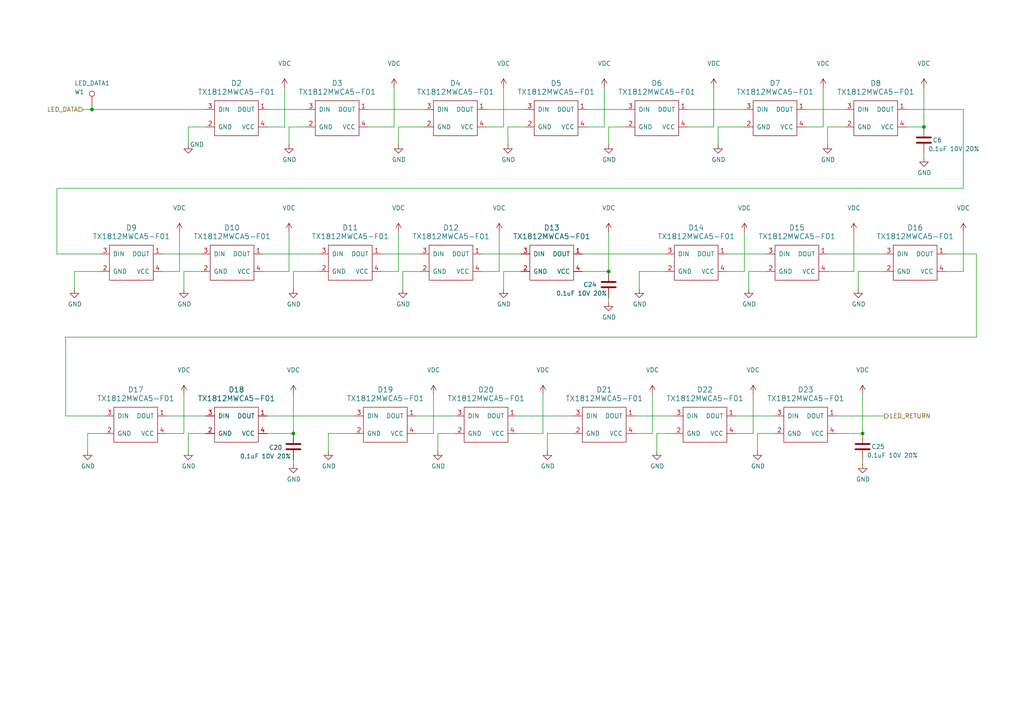
<source format=kicad_sch>
(kicad_sch (version 20250114) (generator "eeschema") (generator_version "9.0")
  (paper "A4")
  (title_block (title "Pixels D20 Schematic, Main") (date "2022-08-26") (rev "13") (company "Systemic Games, LLC") (comment 1 "LED Chain"))
  (lib_symbols
    (symbol "Device:C" (pin_numbers (hide yes)) (pin_names (offset 0.254))
      (property "Reference" "C" (at 0.635 2.54 0))
      (property "Value" "C" (at 0.635 -2.54 0))
      (symbol "C_0_1"
        (polyline (pts (xy -2.032 0.762) (xy 2.032 0.762)) (stroke (width 0.508)))
        (polyline (pts (xy -2.032 -0.762) (xy 2.032 -0.762)) (stroke (width 0.508)))
      )
      (symbol "C_1_1"
        (pin passive line (at 0 3.81 270) (length 2.794) (name "~") (number "1"))
        (pin passive line (at 0 -3.81 90) (length 2.794) (name "~") (number "2"))
      )
    )
    (symbol "Pixels-dice:TEST_1P-conn" (pin_numbers (hide yes)) (pin_names (offset 0.762) (hide yes))
      (property "Reference" "W" (at 0 6.858 0))
      (property "Value" "TEST_1P-conn" (at 0 5.08 0))
      (symbol "TEST_1P-conn_0_1"
        (circle (center 0 3.302) (radius 0.762))
      )
      (symbol "TEST_1P-conn_1_1"
        (pin passive line (at 0 0 90) (length 2.54) (name "1") (number "1"))
      )
    )
    (symbol "Pixels-dice:TX1812MJA5" (pin_names (offset 1.016))
      (property "Reference" "D" (at 0 -6.35 0))
      (property "Value" "TX1812MJA5" (at 0 6.35 0))
      (symbol "TX1812MJA5_0_1"
        (rectangle (start -6.35 5.08) (end 6.35 -5.08))
      )
      (symbol "TX1812MJA5_1_1"
        (pin input line (at -8.89 2.54 0) (length 2.54) (name "DIN") (number "3"))
        (pin power_in line (at -8.89 -2.54 0) (length 2.54) (name "GND") (number "2"))
        (pin output line (at 8.89 2.54 180) (length 2.54) (name "DOUT") (number "1"))
        (pin power_in line (at 8.89 -2.54 180) (length 2.54) (name "VCC") (number "4"))
      )
    )
    (symbol "power:GND" (power) (pin_names (offset 0))
      (property "Value" "GND" (at 0 -3.81 0))
      (symbol "GND_0_1"
        (polyline (pts (xy 0 0) (xy 0 -1.27) (xy 1.27 -1.27) (xy 0 -2.54) (xy -1.27 -1.27) (xy 0 -1.27)))
      )
      (symbol "GND_1_1"
        (pin power_in line (at 0 0 270) (length 0) (hide yes) (name "GND") (number "1"))
      )
    )
    (symbol "power:VDC" (power) (pin_names (offset 0))
      (property "Value" "VDC" (at 0 6.35 0))
      (symbol "VDC_0_1"
        (polyline (pts (xy -0.762 1.27) (xy 0 2.54)))
        (polyline (pts (xy 0 2.54) (xy 0.762 1.27)))
        (polyline (pts (xy 0 0) (xy 0 2.54)))
      )
      (symbol "VDC_1_1"
        (pin power_in line (at 0 0 90) (length 0) (hide yes) (name "VDC") (number "1"))
      )
    )
  )
  (junction (at 26.67 31.75))
  (junction (at 85.09 125.73))
  (junction (at 250.19 125.73))
  (junction (at 176.53 78.74))
  (junction (at 267.97 36.83))
  (wire (pts (xy 85.09 133.35) (xy 85.09 134.62)))
  (wire (pts (xy 144.78 67.31) (xy 144.78 78.74)))
  (wire (pts (xy 48.26 120.65) (xy 59.69 120.65)))
  (wire (pts (xy 207.01 25.4) (xy 207.01 36.83)))
  (wire (pts (xy 248.92 78.74) (xy 256.54 78.74)))
  (wire (pts (xy 19.05 97.79) (xy 283.21 97.79)))
  (wire (pts (xy 120.65 125.73) (xy 125.73 125.73)))
  (wire (pts (xy 85.09 114.3) (xy 85.09 125.73)))
  (wire (pts (xy 140.97 31.75) (xy 152.4 31.75)))
  (wire (pts (xy 279.4 31.75) (xy 279.4 54.61)))
  (wire (pts (xy 176.53 86.36) (xy 176.53 87.63)))
  (wire (pts (xy 233.68 36.83) (xy 238.76 36.83)))
  (wire (pts (xy 158.75 125.73) (xy 158.75 130.81)))
  (wire (pts (xy 158.75 125.73) (xy 166.37 125.73)))
  (wire (pts (xy 210.82 78.74) (xy 215.9 78.74)))
  (wire (pts (xy 190.5 130.81) (xy 190.5 125.73)))
  (wire (pts (xy 76.2 78.74) (xy 83.82 78.74)))
  (wire (pts (xy 184.15 125.73) (xy 189.23 125.73)))
  (wire (pts (xy 146.05 78.74) (xy 146.05 83.82)))
  (wire (pts (xy 170.18 36.83) (xy 175.26 36.83)))
  (wire (pts (xy 176.53 36.83) (xy 181.61 36.83)))
  (wire (pts (xy 190.5 125.73) (xy 195.58 125.73)))
  (wire (pts (xy 248.92 78.74) (xy 248.92 83.82)))
  (wire (pts (xy 176.53 36.83) (xy 176.53 41.91)))
  (wire (pts (xy 52.07 67.31) (xy 52.07 78.74)))
  (wire (pts (xy 184.15 120.65) (xy 195.58 120.65)))
  (wire (pts (xy 16.51 54.61) (xy 16.51 73.66)))
  (wire (pts (xy 219.71 125.73) (xy 219.71 130.81)))
  (wire (pts (xy 115.57 67.31) (xy 115.57 78.74)))
  (wire (pts (xy 170.18 31.75) (xy 181.61 31.75)))
  (wire (pts (xy 95.25 125.73) (xy 102.87 125.73)))
  (wire (pts (xy 46.99 73.66) (xy 58.42 73.66)))
  (wire (pts (xy 139.7 73.66) (xy 151.13 73.66)))
  (wire (pts (xy 114.3 25.4) (xy 114.3 36.83)))
  (wire (pts (xy 147.32 36.83) (xy 152.4 36.83)))
  (wire (pts (xy 116.84 78.74) (xy 121.92 78.74)))
  (wire (pts (xy 185.42 78.74) (xy 185.42 83.82)))
  (wire (pts (xy 267.97 44.45) (xy 267.97 45.72)))
  (wire (pts (xy 53.34 114.3) (xy 53.34 125.73)))
  (wire (pts (xy 262.89 36.83) (xy 267.97 36.83)))
  (wire (pts (xy 175.26 25.4) (xy 175.26 36.83)))
  (wire (pts (xy 110.49 73.66) (xy 121.92 73.66)))
  (wire (pts (xy 53.34 83.82) (xy 53.34 78.74)))
  (wire (pts (xy 240.03 78.74) (xy 247.65 78.74)))
  (wire (pts (xy 157.48 114.3) (xy 157.48 125.73)))
  (wire (pts (xy 95.25 125.73) (xy 95.25 130.81)))
  (wire (pts (xy 19.05 120.65) (xy 19.05 97.79)))
  (wire (pts (xy 106.68 31.75) (xy 123.19 31.75)))
  (wire (pts (xy 283.21 73.66) (xy 274.32 73.66)))
  (wire (pts (xy 46.99 78.74) (xy 52.07 78.74)))
  (wire (pts (xy 83.82 41.91) (xy 83.82 36.83)))
  (wire (pts (xy 240.03 36.83) (xy 245.11 36.83)))
  (wire (pts (xy 199.39 36.83) (xy 207.01 36.83)))
  (wire (pts (xy 262.89 31.75) (xy 279.4 31.75)))
  (wire (pts (xy 250.19 114.3) (xy 250.19 125.73)))
  (wire (pts (xy 267.97 25.4) (xy 267.97 36.83)))
  (wire (pts (xy 26.67 31.75) (xy 59.69 31.75)))
  (wire (pts (xy 106.68 36.83) (xy 114.3 36.83)))
  (wire (pts (xy 215.9 67.31) (xy 215.9 78.74)))
  (wire (pts (xy 120.65 120.65) (xy 132.08 120.65)))
  (wire (pts (xy 139.7 78.74) (xy 144.78 78.74)))
  (wire (pts (xy 54.61 36.83) (xy 54.61 41.91)))
  (wire (pts (xy 147.32 41.91) (xy 147.32 36.83)))
  (wire (pts (xy 83.82 67.31) (xy 83.82 78.74)))
  (wire (pts (xy 149.86 125.73) (xy 157.48 125.73)))
  (wire (pts (xy 168.91 78.74) (xy 176.53 78.74)))
  (wire (pts (xy 242.57 125.73) (xy 250.19 125.73)))
  (wire (pts (xy 26.67 30.48) (xy 26.67 31.75)))
  (wire (pts (xy 176.53 67.31) (xy 176.53 78.74)))
  (wire (pts (xy 208.28 36.83) (xy 208.28 41.91)))
  (wire (pts (xy 168.91 73.66) (xy 193.04 73.66)))
  (wire (pts (xy 213.36 125.73) (xy 218.44 125.73)))
  (wire (pts (xy 16.51 73.66) (xy 29.21 73.66)))
  (wire (pts (xy 217.17 78.74) (xy 222.25 78.74)))
  (wire (pts (xy 189.23 114.3) (xy 189.23 125.73)))
  (wire (pts (xy 247.65 67.31) (xy 247.65 78.74)))
  (wire (pts (xy 242.57 120.65) (xy 256.54 120.65)))
  (wire (pts (xy 208.28 36.83) (xy 215.9 36.83)))
  (wire (pts (xy 116.84 83.82) (xy 116.84 78.74)))
  (wire (pts (xy 19.05 120.65) (xy 30.48 120.65)))
  (wire (pts (xy 48.26 125.73) (xy 53.34 125.73)))
  (wire (pts (xy 54.61 36.83) (xy 59.69 36.83)))
  (wire (pts (xy 54.61 125.73) (xy 59.69 125.73)))
  (wire (pts (xy 53.34 78.74) (xy 58.42 78.74)))
  (wire (pts (xy 283.21 97.79) (xy 283.21 73.66)))
  (wire (pts (xy 219.71 125.73) (xy 224.79 125.73)))
  (wire (pts (xy 77.47 125.73) (xy 85.09 125.73)))
  (wire (pts (xy 279.4 67.31) (xy 279.4 78.74)))
  (wire (pts (xy 76.2 73.66) (xy 92.71 73.66)))
  (wire (pts (xy 185.42 78.74) (xy 193.04 78.74)))
  (wire (pts (xy 21.59 78.74) (xy 29.21 78.74)))
  (wire (pts (xy 83.82 36.83) (xy 88.9 36.83)))
  (wire (pts (xy 140.97 36.83) (xy 146.05 36.83)))
  (wire (pts (xy 250.19 133.35) (xy 250.19 134.62)))
  (wire (pts (xy 24.13 31.75) (xy 26.67 31.75)))
  (wire (pts (xy 217.17 83.82) (xy 217.17 78.74)))
  (wire (pts (xy 233.68 31.75) (xy 245.11 31.75)))
  (wire (pts (xy 279.4 54.61) (xy 16.51 54.61)))
  (wire (pts (xy 85.09 78.74) (xy 85.09 83.82)))
  (wire (pts (xy 149.86 120.65) (xy 166.37 120.65)))
  (wire (pts (xy 218.44 114.3) (xy 218.44 125.73)))
  (wire (pts (xy 77.47 120.65) (xy 102.87 120.65)))
  (wire (pts (xy 77.47 31.75) (xy 88.9 31.75)))
  (wire (pts (xy 85.09 78.74) (xy 92.71 78.74)))
  (wire (pts (xy 238.76 25.4) (xy 238.76 36.83)))
  (wire (pts (xy 210.82 73.66) (xy 222.25 73.66)))
  (wire (pts (xy 127 125.73) (xy 132.08 125.73)))
  (wire (pts (xy 240.03 73.66) (xy 256.54 73.66)))
  (wire (pts (xy 110.49 78.74) (xy 115.57 78.74)))
  (wire (pts (xy 127 130.81) (xy 127 125.73)))
  (wire (pts (xy 82.55 25.4) (xy 82.55 36.83)))
  (wire (pts (xy 199.39 31.75) (xy 215.9 31.75)))
  (wire (pts (xy 115.57 36.83) (xy 123.19 36.83)))
  (wire (pts (xy 25.4 125.73) (xy 30.48 125.73)))
  (wire (pts (xy 274.32 78.74) (xy 279.4 78.74)))
  (wire (pts (xy 146.05 25.4) (xy 146.05 36.83)))
  (wire (pts (xy 240.03 41.91) (xy 240.03 36.83)))
  (wire (pts (xy 213.36 120.65) (xy 224.79 120.65)))
  (wire (pts (xy 77.47 36.83) (xy 82.55 36.83)))
  (wire (pts (xy 21.59 78.74) (xy 21.59 83.82)))
  (wire (pts (xy 125.73 114.3) (xy 125.73 125.73)))
  (wire (pts (xy 146.05 78.74) (xy 151.13 78.74)))
  (wire (pts (xy 54.61 125.73) (xy 54.61 130.81)))
  (wire (pts (xy 115.57 36.83) (xy 115.57 41.91)))
  (wire (pts (xy 25.4 130.81) (xy 25.4 125.73)))
  (hierarchical_label "LED_RETURN" (shape output) (at 256.54 120.65 0))
  (hierarchical_label "LED_DATA" (shape input) (at 24.13 31.75 180))
  (symbol (lib_id "power:VDC") (at 82.55 25.4 0) (unit 1)
    (property "Reference" "#PWR0103" (effects (hide yes)))
    (property "Value" "VDC" (at 82.55 18.415 0))
  )
  (symbol (lib_id "power:VDC") (at 114.3 25.4 0) (unit 1)
    (property "Reference" "#PWR0104" (effects (hide yes)))
    (property "Value" "VDC" (at 114.3 18.415 0))
  )
  (symbol (lib_id "power:GND") (at 54.61 41.91 0) (unit 1)
    (property "Reference" "#PWR0105" (effects (hide yes)))
    (property "Value" "GND" (at 57.15 41.91 0))
  )
  (symbol (lib_id "power:GND") (at 83.82 41.91 0) (unit 1)
    (property "Reference" "#PWR0106" (effects (hide yes)))
    (property "Value" "GND" (at 83.947 46.3042 0))
  )
  (symbol (lib_id "power:VDC") (at 146.05 25.4 0) (unit 1)
    (property "Reference" "#PWR0107" (effects (hide yes)))
    (property "Value" "VDC" (at 146.05 18.415 0))
  )
  (symbol (lib_id "power:VDC") (at 175.26 25.4 0) (unit 1)
    (property "Reference" "#PWR0108" (effects (hide yes)))
    (property "Value" "VDC" (at 175.26 18.415 0))
  )
  (symbol (lib_id "power:GND") (at 115.57 41.91 0) (unit 1)
    (property "Reference" "#PWR0109" (effects (hide yes)))
    (property "Value" "GND" (at 115.697 46.3042 0))
  )
  (symbol (lib_id "power:GND") (at 147.32 41.91 0) (unit 1)
    (property "Reference" "#PWR0110" (effects (hide yes)))
    (property "Value" "GND" (at 147.447 46.3042 0))
  )
  (symbol (lib_id "power:VDC") (at 207.01 25.4 0) (unit 1)
    (property "Reference" "#PWR0111" (effects (hide yes)))
    (property "Value" "VDC" (at 207.01 18.415 0))
  )
  (symbol (lib_id "power:VDC") (at 238.76 25.4 0) (unit 1)
    (property "Reference" "#PWR0112" (effects (hide yes)))
    (property "Value" "VDC" (at 238.76 18.415 0))
  )
  (symbol (lib_id "power:VDC") (at 267.97 25.4 0) (unit 1)
    (property "Reference" "#PWR0113" (effects (hide yes)))
    (property "Value" "VDC" (at 267.97 18.415 0))
  )
  (symbol (lib_id "power:GND") (at 208.28 41.91 0) (unit 1)
    (property "Reference" "#PWR0114" (effects (hide yes)))
    (property "Value" "GND" (at 208.407 46.3042 0))
  )
  (symbol (lib_id "power:GND") (at 240.03 41.91 0) (unit 1)
    (property "Reference" "#PWR0115" (effects (hide yes)))
    (property "Value" "GND" (at 240.157 46.3042 0))
  )
  (symbol (lib_id "power:GND") (at 176.53 41.91 0) (unit 1)
    (property "Reference" "#PWR0116" (effects (hide yes)))
    (property "Value" "GND" (at 176.657 46.3042 0))
  )
  (symbol (lib_id "power:VDC") (at 52.07 67.31 0) (unit 1)
    (property "Reference" "#PWR0117" (effects (hide yes)))
    (property "Value" "VDC" (at 52.07 60.325 0))
  )
  (symbol (lib_id "power:VDC") (at 83.82 67.31 0) (unit 1)
    (property "Reference" "#PWR0118" (effects (hide yes)))
    (property "Value" "VDC" (at 83.82 60.325 0))
  )
  (symbol (lib_id "power:GND") (at 21.59 83.82 0) (unit 1)
    (property "Reference" "#PWR0119" (effects (hide yes)))
    (property "Value" "GND" (at 21.717 88.2142 0))
  )
  (symbol (lib_id "power:GND") (at 53.34 83.82 0) (unit 1)
    (property "Reference" "#PWR0120" (effects (hide yes)))
    (property "Value" "GND" (at 53.467 88.2142 0))
  )
  (symbol (lib_id "power:VDC") (at 144.78 67.31 0) (unit 1)
    (property "Reference" "#PWR0121" (effects (hide yes)))
    (property "Value" "VDC" (at 144.78 60.325 0))
  )
  (symbol (lib_id "power:GND") (at 85.09 83.82 0) (unit 1)
    (property "Reference" "#PWR0122" (effects (hide yes)))
    (property "Value" "GND" (at 85.217 88.2142 0))
  )
  (symbol (lib_id "power:GND") (at 116.84 83.82 0) (unit 1)
    (property "Reference" "#PWR0123" (effects (hide yes)))
    (property "Value" "GND" (at 116.967 88.2142 0))
  )
  (symbol (lib_id "power:VDC") (at 176.53 67.31 0) (unit 1)
    (property "Reference" "#PWR0124" (effects (hide yes)))
    (property "Value" "VDC" (at 176.53 60.325 0))
  )
  (symbol (lib_id "power:GND") (at 146.05 83.82 0) (unit 1)
    (property "Reference" "#PWR0129" (effects (hide yes)))
    (property "Value" "GND" (at 146.177 88.2142 0))
  )
  (symbol (lib_id "power:GND") (at 267.97 45.72 0) (unit 1)
    (property "Reference" "#PWR0140" (effects (hide yes)))
    (property "Value" "GND" (at 268.097 50.1142 0))
  )
  (symbol (lib_id "Device:C") (at 176.53 82.55 0) (unit 1)
    (property "Reference" "C24" (at 169.164 82.55 0) (effects (justify left)))
    (property "Value" "0.1uF 10V 20%" (at 161.29 85.09 0) (effects (justify left)))
    (property "Footprint" "Capacitor_SMD:C_0201_0603Metric" (effects (hide yes)))
    (property "Generic OK" "YES" (effects (hide yes)))
    (property "Manufacturer" "HRE" (effects (hide yes)))
    (property "Part Number" "CGA0201X5R104K100ET" (effects (hide yes)))
  )
  (symbol (lib_id "power:GND") (at 176.53 87.63 0) (unit 1)
    (property "Reference" "#PWR0141" (effects (hide yes)))
    (property "Value" "GND" (at 176.657 92.0242 0))
  )
  (symbol (lib_id "power:GND") (at 127 130.81 0) (unit 1)
    (property "Reference" "#PWR069" (effects (hide yes)))
    (property "Value" "GND" (at 127.127 135.2042 0))
  )
  (symbol (lib_id "Device:C") (at 85.09 129.54 0) (unit 1)
    (property "Reference" "C20" (at 77.978 129.794 0) (effects (justify left)))
    (property "Value" "0.1uF 10V 20%" (at 69.596 132.334 0) (effects (justify left)))
    (property "Footprint" "Capacitor_SMD:C_0201_0603Metric" (effects (hide yes)))
    (property "Generic OK" "YES" (effects (hide yes)))
    (property "Manufacturer" "HRE" (effects (hide yes)))
    (property "Part Number" "CGA0201X5R104K100ET" (effects (hide yes)))
  )
  (symbol (lib_id "Pixels-dice:TX1812MJA5") (at 224.79 34.29 0) (unit 1)
    (property "Reference" "D7" (at 224.79 24.13 0) (effects (font (size 1.524 1.524))))
    (property "Value" "TX1812MWCA5-F01" (at 224.79 26.67 0) (effects (font (size 1.524 1.524))))
    (property "Footprint" "Pixels-dice:TX1812MWCA5-F01" (effects (hide yes)))
    (property "Manufacturer" "TCWIN" (effects (hide yes)))
    (property "Part Number" "TX1812MWCA5-F01 " (effects (hide yes)))
  )
  (symbol (lib_id "power:VDC") (at 157.48 114.3 0) (unit 1)
    (property "Reference" "#PWR070" (effects (hide yes)))
    (property "Value" "VDC" (at 157.48 107.315 0))
  )
  (symbol (lib_id "power:VDC") (at 279.4 67.31 0) (unit 1)
    (property "Reference" "#PWR048" (effects (hide yes)))
    (property "Value" "VDC" (at 279.4 60.325 0))
  )
  (symbol (lib_id "Pixels-dice:TX1812MJA5") (at 201.93 76.2 0) (unit 1)
    (property "Reference" "D14" (at 201.93 66.04 0) (effects (font (size 1.524 1.524))))
    (property "Value" "TX1812MWCA5-F01" (at 201.93 68.58 0) (effects (font (size 1.524 1.524))))
    (property "Footprint" "Pixels-dice:TX1812MWCA5-F01" (effects (hide yes)))
    (property "Manufacturer" "TCWIN" (effects (hide yes)))
    (property "Part Number" "TX1812MWCA5-F01 " (effects (hide yes)))
  )
  (symbol (lib_id "power:VDC") (at 53.34 114.3 0) (unit 1)
    (property "Reference" "#PWR063" (effects (hide yes)))
    (property "Value" "VDC" (at 53.34 107.315 0))
  )
  (symbol (lib_id "Device:C") (at 250.19 129.54 0) (unit 1)
    (property "Reference" "C25" (at 252.73 129.54 0) (effects (justify left)))
    (property "Value" "0.1uF 10V 20%" (at 251.46 132.08 0) (effects (justify left)))
    (property "Footprint" "Capacitor_SMD:C_0201_0603Metric" (effects (hide yes)))
    (property "Generic OK" "YES" (effects (hide yes)))
    (property "Manufacturer" "HRE" (effects (hide yes)))
    (property "Part Number" "CGA0201X5R104K100ET" (effects (hide yes)))
  )
  (symbol (lib_id "Device:C") (at 267.97 40.64 0) (unit 1)
    (property "Reference" "C6" (at 270.51 40.64 0) (effects (justify left)))
    (property "Value" "0.1uF 10V 20%" (at 269.24 43.18 0) (effects (justify left)))
    (property "Footprint" "Capacitor_SMD:C_0201_0603Metric" (effects (hide yes)))
    (property "Generic OK" "YES" (effects (hide yes)))
    (property "Manufacturer" "HRE" (effects (hide yes)))
    (property "Part Number" "CGA0201X5R104K100ET" (effects (hide yes)))
  )
  (symbol (lib_id "Pixels-dice:TX1812MJA5") (at 161.29 34.29 0) (unit 1)
    (property "Reference" "D5" (at 161.29 24.13 0) (effects (font (size 1.524 1.524))))
    (property "Value" "TX1812MWCA5-F01" (at 161.29 26.67 0) (effects (font (size 1.524 1.524))))
    (property "Footprint" "Pixels-dice:TX1812MWCA5-F01" (effects (hide yes)))
    (property "Manufacturer" "TCWIN" (effects (hide yes)))
    (property "Part Number" "TX1812MWCA5-F01 " (effects (hide yes)))
  )
  (symbol (lib_id "Pixels-dice:TX1812MJA5") (at 132.08 34.29 0) (unit 1)
    (property "Reference" "D4" (at 132.08 24.13 0) (effects (font (size 1.524 1.524))))
    (property "Value" "TX1812MWCA5-F01" (at 132.08 26.67 0) (effects (font (size 1.524 1.524))))
    (property "Footprint" "Pixels-dice:TX1812MWCA5-F01" (effects (hide yes)))
    (property "Manufacturer" "TCWIN" (effects (hide yes)))
    (property "Part Number" "TX1812MWCA5-F01 " (effects (hide yes)))
  )
  (symbol (lib_id "Pixels-dice:TX1812MJA5") (at 101.6 76.2 0) (unit 1)
    (property "Reference" "D11" (at 101.6 66.04 0) (effects (font (size 1.524 1.524))))
    (property "Value" "TX1812MWCA5-F01" (at 101.6 68.58 0) (effects (font (size 1.524 1.524))))
    (property "Footprint" "Pixels-dice:TX1812MWCA5-F01" (effects (hide yes)))
    (property "Manufacturer" "TCWIN" (effects (hide yes)))
    (property "Part Number" "TX1812MWCA5-F01 " (effects (hide yes)))
  )
  (symbol (lib_id "Pixels-dice:TX1812MJA5") (at 190.5 34.29 0) (unit 1)
    (property "Reference" "D6" (at 190.5 24.13 0) (effects (font (size 1.524 1.524))))
    (property "Value" "TX1812MWCA5-F01" (at 190.5 26.67 0) (effects (font (size 1.524 1.524))))
    (property "Footprint" "Pixels-dice:TX1812MWCA5-F01" (effects (hide yes)))
    (property "Manufacturer" "TCWIN" (effects (hide yes)))
    (property "Part Number" "TX1812MWCA5-F01 " (effects (hide yes)))
  )
  (symbol (lib_id "power:GND") (at 217.17 83.82 0) (unit 1)
    (property "Reference" "#PWR042" (effects (hide yes)))
    (property "Value" "GND" (at 217.297 88.2142 0))
  )
  (symbol (lib_id "Pixels-dice:TX1812MJA5") (at 160.02 76.2 0) (unit 1)
    (property "Reference" "D13" (at 160.02 66.04 0) (effects (font (size 1.524 1.524))))
    (property "Value" "TX1812MWCA5-F01" (at 160.02 68.58 0) (effects (font (size 1.524 1.524))))
    (property "Footprint" "Pixels-dice:TX1812MWCA5-F01" (effects (hide yes)))
    (property "Manufacturer" "TCWIN" (effects (hide yes)))
    (property "Part Number" "TX1812MWCA5-F01 " (effects (hide yes)))
  )
  (symbol (lib_id "power:VDC") (at 189.23 114.3 0) (unit 1)
    (property "Reference" "#PWR074" (effects (hide yes)))
    (property "Value" "VDC" (at 189.23 107.315 0))
  )
  (symbol (lib_id "power:VDC") (at 85.09 114.3 0) (unit 1)
    (property "Reference" "#PWR065" (effects (hide yes)))
    (property "Value" "VDC" (at 85.09 107.315 0))
  )
  (symbol (lib_id "power:GND") (at 85.09 134.62 0) (unit 1)
    (property "Reference" "#PWR066" (effects (hide yes)))
    (property "Value" "GND" (at 85.217 139.0142 0))
  )
  (symbol (lib_id "power:GND") (at 248.92 83.82 0) (unit 1)
    (property "Reference" "#PWR047" (effects (hide yes)))
    (property "Value" "GND" (at 249.047 88.2142 0))
  )
  (symbol (lib_id "power:VDC") (at 115.57 67.31 0) (unit 1)
    (property "Reference" "#PWR015" (effects (hide yes)))
    (property "Value" "VDC" (at 115.57 60.325 0))
  )
  (symbol (lib_id "power:GND") (at 250.19 134.62 0) (unit 1)
    (property "Reference" "#PWR080" (effects (hide yes)))
    (property "Value" "GND" (at 250.317 139.0142 0))
  )
  (symbol (lib_id "Pixels-dice:TX1812MJA5") (at 254 34.29 0) (unit 1)
    (property "Reference" "D8" (at 254 24.13 0) (effects (font (size 1.524 1.524))))
    (property "Value" "TX1812MWCA5-F01" (at 254 26.67 0) (effects (font (size 1.524 1.524))))
    (property "Footprint" "Pixels-dice:TX1812MWCA5-F01" (effects (hide yes)))
    (property "Manufacturer" "TCWIN" (effects (hide yes)))
    (property "Part Number" "TX1812MWCA5-F01 " (effects (hide yes)))
  )
  (symbol (lib_id "power:VDC") (at 218.44 114.3 0) (unit 1)
    (property "Reference" "#PWR077" (effects (hide yes)))
    (property "Value" "VDC" (at 218.44 107.315 0))
  )
  (symbol (lib_id "power:VDC") (at 250.19 114.3 0) (unit 1)
    (property "Reference" "#PWR079" (effects (hide yes)))
    (property "Value" "VDC" (at 250.19 107.315 0))
  )
  (symbol (lib_id "power:VDC") (at 247.65 67.31 0) (unit 1)
    (property "Reference" "#PWR046" (effects (hide yes)))
    (property "Value" "VDC" (at 247.65 60.325 0))
  )
  (symbol (lib_id "power:GND") (at 185.42 83.82 0) (unit 1)
    (property "Reference" "#PWR07" (effects (hide yes)))
    (property "Value" "GND" (at 185.547 88.2142 0))
  )
  (symbol (lib_id "Pixels-dice:TX1812MJA5") (at 67.31 76.2 0) (unit 1)
    (property "Reference" "D10" (at 67.31 66.04 0) (effects (font (size 1.524 1.524))))
    (property "Value" "TX1812MWCA5-F01" (at 67.31 68.58 0) (effects (font (size 1.524 1.524))))
    (property "Footprint" "Pixels-dice:TX1812MWCA5-F01" (effects (hide yes)))
    (property "Manufacturer" "TCWIN" (effects (hide yes)))
    (property "Part Number" "TX1812MWCA5-F01 " (effects (hide yes)))
  )
  (symbol (lib_id "Pixels-dice:TX1812MJA5") (at 39.37 123.19 0) (unit 1)
    (property "Reference" "D17" (at 39.37 113.03 0) (effects (font (size 1.524 1.524))))
    (property "Value" "TX1812MWCA5-F01" (at 39.37 115.57 0) (effects (font (size 1.524 1.524))))
    (property "Footprint" "Pixels-dice:TX1812MWCA5-F01" (effects (hide yes)))
    (property "Manufacturer" "TCWIN" (effects (hide yes)))
    (property "Part Number" "TX1812MWCA5-F01 " (effects (hide yes)))
  )
  (symbol (lib_id "power:GND") (at 158.75 130.81 0) (unit 1)
    (property "Reference" "#PWR071" (effects (hide yes)))
    (property "Value" "GND" (at 158.877 135.2042 0))
  )
  (symbol (lib_id "Pixels-dice:TX1812MJA5") (at 265.43 76.2 0) (unit 1)
    (property "Reference" "D16" (at 265.43 66.04 0) (effects (font (size 1.524 1.524))))
    (property "Value" "TX1812MWCA5-F01" (at 265.43 68.58 0) (effects (font (size 1.524 1.524))))
    (property "Footprint" "Pixels-dice:TX1812MWCA5-F01" (effects (hide yes)))
    (property "Manufacturer" "TCWIN" (effects (hide yes)))
    (property "Part Number" "TX1812MWCA5-F01 " (effects (hide yes)))
  )
  (symbol (lib_id "Pixels-dice:TX1812MJA5") (at 97.79 34.29 0) (unit 1)
    (property "Reference" "D3" (at 97.79 24.13 0) (effects (font (size 1.524 1.524))))
    (property "Value" "TX1812MWCA5-F01" (at 97.79 26.67 0) (effects (font (size 1.524 1.524))))
    (property "Footprint" "Pixels-dice:TX1812MWCA5-F01" (effects (hide yes)))
    (property "Manufacturer" "TCWIN" (effects (hide yes)))
    (property "Part Number" "TX1812MWCA5-F01 " (effects (hide yes)))
  )
  (symbol (lib_id "power:GND") (at 219.71 130.81 0) (unit 1)
    (property "Reference" "#PWR078" (effects (hide yes)))
    (property "Value" "GND" (at 219.837 135.2042 0))
  )
  (symbol (lib_id "Pixels-dice:TX1812MJA5") (at 68.58 34.29 0) (unit 1)
    (property "Reference" "D2" (at 68.58 24.13 0) (effects (font (size 1.524 1.524))))
    (property "Value" "TX1812MWCA5-F01" (at 68.58 26.67 0) (effects (font (size 1.524 1.524))))
    (property "Footprint" "Pixels-dice:TX1812MWCA5-F01" (effects (hide yes)))
    (property "Manufacturer" "TCWIN" (effects (hide yes)))
    (property "Part Number" "TX1812MWCA5-F01 " (effects (hide yes)))
  )
  (symbol (lib_id "power:VDC") (at 215.9 67.31 0) (unit 1)
    (property "Reference" "#PWR037" (effects (hide yes)))
    (property "Value" "VDC" (at 215.9 60.325 0))
  )
  (symbol (lib_id "Pixels-dice:TX1812MJA5") (at 38.1 76.2 0) (unit 1)
    (property "Reference" "D9" (at 38.1 66.04 0) (effects (font (size 1.524 1.524))))
    (property "Value" "TX1812MWCA5-F01" (at 38.1 68.58 0) (effects (font (size 1.524 1.524))))
    (property "Footprint" "Pixels-dice:TX1812MWCA5-F01" (effects (hide yes)))
    (property "Manufacturer" "TCWIN" (effects (hide yes)))
    (property "Part Number" "TX1812MWCA5-F01 " (effects (hide yes)))
  )
  (symbol (lib_id "Pixels-dice:TX1812MJA5") (at 231.14 76.2 0) (unit 1)
    (property "Reference" "D15" (at 231.14 66.04 0) (effects (font (size 1.524 1.524))))
    (property "Value" "TX1812MWCA5-F01" (at 231.14 68.58 0) (effects (font (size 1.524 1.524))))
    (property "Footprint" "Pixels-dice:TX1812MWCA5-F01" (effects (hide yes)))
    (property "Manufacturer" "TCWIN" (effects (hide yes)))
    (property "Part Number" "TX1812MWCA5-F01 " (effects (hide yes)))
  )
  (symbol (lib_id "Pixels-dice:TX1812MJA5") (at 233.68 123.19 0) (unit 1)
    (property "Reference" "D23" (at 233.68 113.03 0) (effects (font (size 1.524 1.524))))
    (property "Value" "TX1812MWCA5-F01" (at 233.68 115.57 0) (effects (font (size 1.524 1.524))))
    (property "Footprint" "Pixels-dice:TX1812MWCA5-F01" (effects (hide yes)))
    (property "Manufacturer" "TCWIN" (effects (hide yes)))
    (property "Part Number" "TX1812MWCA5-F01 " (effects (hide yes)))
  )
  (symbol (lib_id "power:GND") (at 190.5 130.81 0) (unit 1)
    (property "Reference" "#PWR076" (effects (hide yes)))
    (property "Value" "GND" (at 190.627 135.2042 0))
  )
  (symbol (lib_id "power:GND") (at 25.4 130.81 0) (unit 1)
    (property "Reference" "#PWR055" (effects (hide yes)))
    (property "Value" "GND" (at 25.527 135.2042 0))
  )
  (symbol (lib_id "power:GND") (at 54.61 130.81 0) (unit 1)
    (property "Reference" "#PWR064" (effects (hide yes)))
    (property "Value" "GND" (at 54.737 135.2042 0))
  )
  (symbol (lib_id "Pixels-dice:TX1812MJA5") (at 204.47 123.19 0) (unit 1)
    (property "Reference" "D22" (at 204.47 113.03 0) (effects (font (size 1.524 1.524))))
    (property "Value" "TX1812MWCA5-F01" (at 204.47 115.57 0) (effects (font (size 1.524 1.524))))
    (property "Footprint" "Pixels-dice:TX1812MWCA5-F01" (effects (hide yes)))
    (property "Manufacturer" "TCWIN" (effects (hide yes)))
    (property "Part Number" "TX1812MWCA5-F01 " (effects (hide yes)))
  )
  (symbol (lib_id "Pixels-dice:TX1812MJA5") (at 175.26 123.19 0) (unit 1)
    (property "Reference" "D21" (at 175.26 113.03 0) (effects (font (size 1.524 1.524))))
    (property "Value" "TX1812MWCA5-F01" (at 175.26 115.57 0) (effects (font (size 1.524 1.524))))
    (property "Footprint" "Pixels-dice:TX1812MWCA5-F01" (effects (hide yes)))
    (property "Manufacturer" "TCWIN" (effects (hide yes)))
    (property "Part Number" "TX1812MWCA5-F01 " (effects (hide yes)))
  )
  (symbol (lib_id "Pixels-dice:TX1812MJA5") (at 68.58 123.19 0) (unit 1)
    (property "Reference" "D18" (at 68.58 113.03 0) (effects (font (size 1.524 1.524))))
    (property "Value" "TX1812MWCA5-F01" (at 68.58 115.57 0) (effects (font (size 1.524 1.524))))
    (property "Footprint" "Pixels-dice:TX1812MWCA5-F01" (effects (hide yes)))
    (property "Manufacturer" "TCWIN" (effects (hide yes)))
    (property "Part Number" "TX1812MWCA5-F01 " (effects (hide yes)))
  )
  (symbol (lib_id "Pixels-dice:TX1812MJA5") (at 140.97 123.19 0) (unit 1)
    (property "Reference" "D20" (at 140.97 113.03 0) (effects (font (size 1.524 1.524))))
    (property "Value" "TX1812MWCA5-F01" (at 140.97 115.57 0) (effects (font (size 1.524 1.524))))
    (property "Footprint" "Pixels-dice:TX1812MWCA5-F01" (effects (hide yes)))
    (property "Manufacturer" "TCWIN" (effects (hide yes)))
    (property "Part Number" "TX1812MWCA5-F01 " (effects (hide yes)))
  )
  (symbol (lib_id "power:GND") (at 95.25 130.81 0) (unit 1)
    (property "Reference" "#PWR067" (effects (hide yes)))
    (property "Value" "GND" (at 95.377 135.2042 0))
  )
  (symbol (lib_id "Pixels-dice:TX1812MJA5") (at 130.81 76.2 0) (unit 1)
    (property "Reference" "D12" (at 130.81 66.04 0) (effects (font (size 1.524 1.524))))
    (property "Value" "TX1812MWCA5-F01" (at 130.81 68.58 0) (effects (font (size 1.524 1.524))))
    (property "Footprint" "Pixels-dice:TX1812MWCA5-F01" (effects (hide yes)))
    (property "Manufacturer" "TCWIN" (effects (hide yes)))
    (property "Part Number" "TX1812MWCA5-F01 " (effects (hide yes)))
  )
  (symbol (lib_id "power:VDC") (at 125.73 114.3 0) (unit 1)
    (property "Reference" "#PWR068" (effects (hide yes)))
    (property "Value" "VDC" (at 125.73 107.315 0))
  )
  (symbol (lib_id "Pixels-dice:TX1812MJA5") (at 111.76 123.19 0) (unit 1)
    (property "Reference" "D19" (at 111.76 113.03 0) (effects (font (size 1.524 1.524))))
    (property "Value" "TX1812MWCA5-F01" (at 111.76 115.57 0) (effects (font (size 1.524 1.524))))
    (property "Footprint" "Pixels-dice:TX1812MWCA5-F01" (effects (hide yes)))
    (property "Manufacturer" "TCWIN" (effects (hide yes)))
    (property "Part Number" "TX1812MWCA5-F01 " (effects (hide yes)))
  )
  (symbol (lib_id "Pixels-dice:TEST_1P-conn") (at 26.67 30.48 0) (unit 1) (in_bom no)
    (property "Reference" "W1" (at 21.59 26.67 0) (effects (justify left)))
    (property "Value" "LED_DATA1" (at 21.59 24.13 0) (effects (justify left)))
    (property "Footprint" "Pixels-dice:TEST_PIN" (effects (hide yes)))
    (property "Generic OK" "N/A" (effects (hide yes)))
  )
)
</source>
